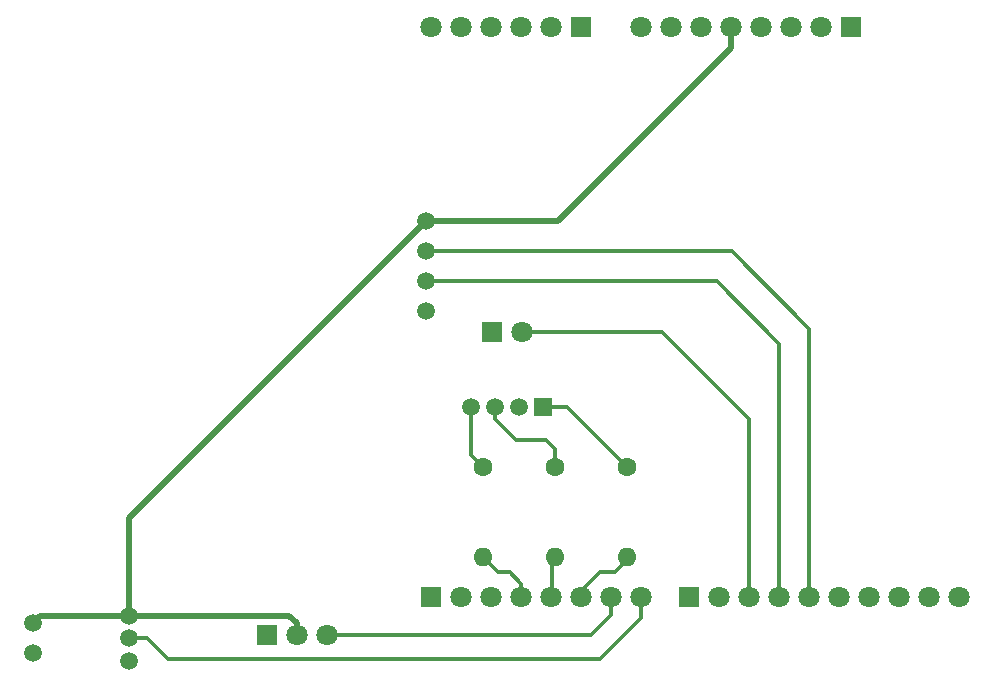
<source format=gbr>
%TF.GenerationSoftware,KiCad,Pcbnew,7.0.10*%
%TF.CreationDate,2025-01-22T21:10:17-07:00*%
%TF.ProjectId,HIVA,48495641-2e6b-4696-9361-645f70636258,rev?*%
%TF.SameCoordinates,Original*%
%TF.FileFunction,Copper,L1,Top*%
%TF.FilePolarity,Positive*%
%FSLAX46Y46*%
G04 Gerber Fmt 4.6, Leading zero omitted, Abs format (unit mm)*
G04 Created by KiCad (PCBNEW 7.0.10) date 2025-01-22 21:10:17*
%MOMM*%
%LPD*%
G01*
G04 APERTURE LIST*
%TA.AperFunction,ComponentPad*%
%ADD10C,1.600000*%
%TD*%
%TA.AperFunction,ComponentPad*%
%ADD11O,1.600000X1.600000*%
%TD*%
%TA.AperFunction,ComponentPad*%
%ADD12C,1.500000*%
%TD*%
%TA.AperFunction,ComponentPad*%
%ADD13C,1.800000*%
%TD*%
%TA.AperFunction,ComponentPad*%
%ADD14R,1.800000X1.800000*%
%TD*%
%TA.AperFunction,ComponentPad*%
%ADD15R,1.500000X1.500000*%
%TD*%
%TA.AperFunction,Conductor*%
%ADD16C,0.300000*%
%TD*%
%TA.AperFunction,Conductor*%
%ADD17C,0.500000*%
%TD*%
G04 APERTURE END LIST*
D10*
%TO.P,R3,1*%
%TO.N,/LED_G*%
X41934032Y-40364609D03*
D11*
%TO.P,R3,2*%
%TO.N,Net-(A1-PadD3)*%
X41934032Y-47984609D03*
%TD*%
D10*
%TO.P,R2,1*%
%TO.N,/LED_B*%
X48030032Y-40364609D03*
D11*
%TO.P,R2,2*%
%TO.N,Net-(A1-PadD4)*%
X48030032Y-47984609D03*
%TD*%
D10*
%TO.P,R1,1*%
%TO.N,/LED_R*%
X54126032Y-40364609D03*
D11*
%TO.P,R1,2*%
%TO.N,Net-(A1-PadD5)*%
X54126032Y-47984609D03*
%TD*%
D12*
%TO.P,L1,1,Anode*%
%TO.N,/+5V*%
X3834032Y-53572609D03*
%TO.P,L1,2,Cathode*%
%TO.N,GND*%
X3834032Y-56112609D03*
%TO.P,L1,3,Vcc*%
%TO.N,/+5V*%
X11962032Y-52937609D03*
%TO.P,L1,4,Output*%
%TO.N,/Lightgate*%
X11962032Y-54842609D03*
%TO.P,L1,5,Ground*%
%TO.N,GND*%
X11962032Y-56747609D03*
%TD*%
%TO.P,U1,1,VCC*%
%TO.N,/+5V*%
X37108032Y-19536609D03*
%TO.P,U1,2,TRIG*%
%TO.N,/Trig*%
X37108032Y-22076609D03*
%TO.P,U1,3,ECHO*%
%TO.N,/Echo*%
X37108032Y-24616609D03*
%TO.P,U1,4,GND*%
%TO.N,GND*%
X37108032Y-27156609D03*
%TD*%
D13*
%TO.P,A1,3V3,3V3*%
%TO.N,unconnected-(A1-Pad3V3)*%
X65532000Y-3048000D03*
%TO.P,A1,5V,5V*%
%TO.N,/+5V*%
X62992000Y-3048000D03*
D14*
%TO.P,A1,A0*%
%TO.N,N/C*%
X50292000Y-3048000D03*
D13*
%TO.P,A1,A1*%
X47752000Y-3048000D03*
%TO.P,A1,A2*%
X45212000Y-3048000D03*
%TO.P,A1,A3*%
X42672000Y-3048000D03*
%TO.P,A1,A4*%
X40132000Y-3048000D03*
%TO.P,A1,A4-SDA*%
X79756000Y-51308000D03*
%TO.P,A1,A5*%
X37592000Y-3048000D03*
%TO.P,A1,A5-SCL*%
X82296000Y-51308000D03*
%TO.P,A1,AREF,AREF*%
%TO.N,unconnected-(A1-PadAREF)*%
X77216000Y-51308000D03*
D14*
%TO.P,A1,D0,D0*%
%TO.N,unconnected-(A1-PadD0)*%
X37592000Y-51308000D03*
D13*
%TO.P,A1,D1,D1*%
%TO.N,unconnected-(A1-PadD1)*%
X40132000Y-51308000D03*
%TO.P,A1,D2,D2*%
%TO.N,unconnected-(A1-PadD2)*%
X42672000Y-51308000D03*
%TO.P,A1,D3,D3*%
%TO.N,Net-(A1-PadD3)*%
X45212000Y-51308000D03*
%TO.P,A1,D4,D4*%
%TO.N,Net-(A1-PadD4)*%
X47752000Y-51308000D03*
%TO.P,A1,D5,D5*%
%TO.N,Net-(A1-PadD5)*%
X50292000Y-51308000D03*
%TO.P,A1,D6,D6*%
%TO.N,/Servo*%
X52832000Y-51308000D03*
%TO.P,A1,D7,D7*%
%TO.N,/Lightgate*%
X55372000Y-51308000D03*
D14*
%TO.P,A1,D8,D8*%
%TO.N,unconnected-(A1-PadD8)*%
X59436000Y-51308000D03*
D13*
%TO.P,A1,D9,D9*%
%TO.N,unconnected-(A1-PadD9)*%
X61976000Y-51308000D03*
%TO.P,A1,D10,D10*%
%TO.N,/Buzzer*%
X64516000Y-51308000D03*
%TO.P,A1,D11,D11*%
%TO.N,/Echo*%
X67056000Y-51308000D03*
%TO.P,A1,D12,D12*%
%TO.N,/Trig*%
X69596000Y-51308000D03*
%TO.P,A1,D13,D13*%
%TO.N,unconnected-(A1-PadD13)*%
X72136000Y-51308000D03*
%TO.P,A1,GND_1,GND_1*%
%TO.N,GND*%
X57912000Y-3048000D03*
%TO.P,A1,GND_2,GND_2*%
%TO.N,unconnected-(A1-PadGND_2)*%
X60452000Y-3048000D03*
%TO.P,A1,GND_3,GND_3*%
%TO.N,unconnected-(A1-PadGND_3)*%
X74676000Y-51308000D03*
%TO.P,A1,IOREF,IOREF*%
%TO.N,unconnected-(A1-PadIOREF)*%
X70612000Y-3048000D03*
D14*
%TO.P,A1,P1,P1*%
%TO.N,unconnected-(A1-PadP1)*%
X73152000Y-3048000D03*
D13*
%TO.P,A1,RST,RST*%
%TO.N,unconnected-(A1-PadRST)*%
X68072000Y-3048000D03*
%TO.P,A1,VIN,VIN*%
%TO.N,unconnected-(A1-PadVIN)*%
X55372000Y-3048000D03*
%TD*%
D15*
%TO.P,D1,1*%
%TO.N,/LED_R*%
X47014032Y-35284609D03*
D12*
%TO.P,D1,2*%
%TO.N,GND*%
X44982032Y-35284609D03*
%TO.P,D1,3*%
%TO.N,/LED_B*%
X42950032Y-35284609D03*
%TO.P,D1,4*%
%TO.N,/LED_G*%
X40918032Y-35284609D03*
%TD*%
D14*
%TO.P,Buzzer1,1,Pin_1*%
%TO.N,GND*%
X42716032Y-28909609D03*
D13*
%TO.P,Buzzer1,2,Pin_2*%
%TO.N,/Buzzer*%
X45256032Y-28909609D03*
%TD*%
D14*
%TO.P,J1,1,Pin_1*%
%TO.N,GND*%
X23646032Y-54588609D03*
D13*
%TO.P,J1,2,Pin_2*%
%TO.N,/+5V*%
X26186032Y-54588609D03*
%TO.P,J1,3,Pin_3*%
%TO.N,/Servo*%
X28726032Y-54588609D03*
%TD*%
D16*
%TO.N,/LED_B*%
X44728032Y-38078609D02*
X42950032Y-36300609D01*
X42950032Y-36300609D02*
X42950032Y-35284609D01*
X47268032Y-38078609D02*
X44728032Y-38078609D01*
X48030032Y-38840609D02*
X47268032Y-38078609D01*
X48030032Y-40364609D02*
X48030032Y-38840609D01*
%TO.N,Net-(A1-PadD5)*%
X51840032Y-49254609D02*
X50292000Y-50802641D01*
X53110032Y-49254609D02*
X51840032Y-49254609D01*
X54126032Y-48238609D02*
X53110032Y-49254609D01*
X54126032Y-47984609D02*
X54126032Y-48238609D01*
X50292000Y-50802641D02*
X50292000Y-51308000D01*
%TO.N,Net-(A1-PadD3)*%
X43204032Y-49254609D02*
X41934032Y-47984609D01*
X44220032Y-49254609D02*
X43204032Y-49254609D01*
X45212000Y-50246577D02*
X44220032Y-49254609D01*
X45212000Y-51308000D02*
X45212000Y-50246577D01*
%TO.N,Net-(A1-PadD4)*%
X47776032Y-51283968D02*
X47752000Y-51308000D01*
X47776032Y-48238609D02*
X47776032Y-51283968D01*
X48030032Y-47984609D02*
X47776032Y-48238609D01*
%TO.N,/LED_G*%
X40918032Y-39348609D02*
X40918032Y-35284609D01*
X41934032Y-40364609D02*
X40918032Y-39348609D01*
%TO.N,/LED_R*%
X49046032Y-35284609D02*
X47014032Y-35284609D01*
X54126032Y-40364609D02*
X49046032Y-35284609D01*
%TO.N,/Buzzer*%
X64516000Y-36276577D02*
X64516000Y-51308000D01*
X57149032Y-28909609D02*
X64516000Y-36276577D01*
X45256032Y-28909609D02*
X57149032Y-28909609D01*
%TO.N,/Echo*%
X67056000Y-29926577D02*
X67056000Y-51308000D01*
X61746032Y-24616609D02*
X67056000Y-29926577D01*
X37108032Y-24616609D02*
X61746032Y-24616609D01*
%TO.N,/Trig*%
X69596000Y-28656577D02*
X69596000Y-51308000D01*
X37108032Y-22076609D02*
X63016032Y-22076609D01*
X63016032Y-22076609D02*
X69596000Y-28656577D01*
D17*
%TO.N,/+5V*%
X26186032Y-53572609D02*
X25551032Y-52937609D01*
X26186032Y-54588609D02*
X26186032Y-53572609D01*
X4469032Y-52937609D02*
X3834032Y-53572609D01*
X62992000Y-3048000D02*
X62992000Y-4828641D01*
X37108032Y-19536609D02*
X11962032Y-44682609D01*
X48284032Y-19536609D02*
X37108032Y-19536609D01*
X11962032Y-52937609D02*
X4469032Y-52937609D01*
X62992000Y-4828641D02*
X48284032Y-19536609D01*
X11962032Y-44682609D02*
X11962032Y-52937609D01*
X25551032Y-52937609D02*
X11962032Y-52937609D01*
D16*
%TO.N,/Servo*%
X52832000Y-52834641D02*
X52832000Y-51308000D01*
X51078032Y-54588609D02*
X52832000Y-52834641D01*
X28726032Y-54588609D02*
X51078032Y-54588609D01*
%TO.N,/Lightgate*%
X55372000Y-51308000D02*
X55372000Y-53088641D01*
X13486032Y-54842609D02*
X11962032Y-54842609D01*
X55372000Y-53088641D02*
X51840032Y-56620609D01*
X15264032Y-56620609D02*
X13486032Y-54842609D01*
X51840032Y-56620609D02*
X15264032Y-56620609D01*
%TD*%
M02*

</source>
